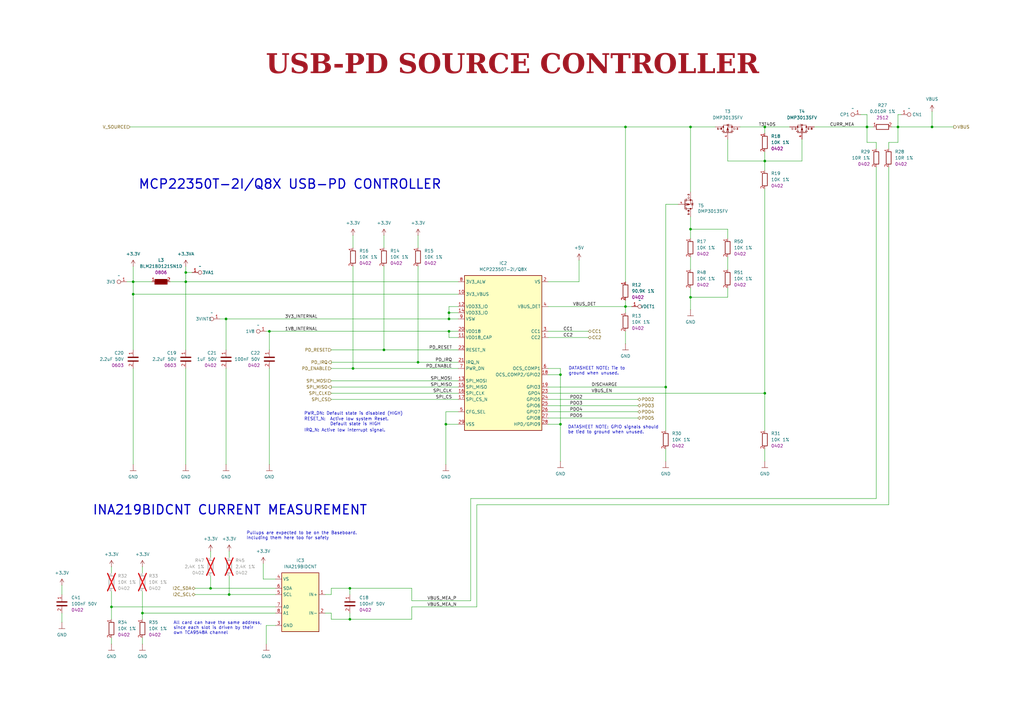
<source format=kicad_sch>
(kicad_sch (version 20250114) (generator "eeschema") (generator_version "9.0")
  (paper "A3")
  (title_block (title "Sheet Title B") (date "2025-01-12") (rev "1.0.0") (company "DvidMakesThings"))
  (lib_symbols
    (symbol "DS_Capacitor_0402:100nF 50V 0402"
      (property "Reference" "C" (at 3.81 2.032 0))
      (property "Value" "100nF 50V" (at 3.81 0 0))
      (property "FOOTPRINT_SHORT" "0402" (at 3.81 -2.032 0))
      (symbol "100nF 50V 0402_1_1"
        (pin passive line (at 0 3.81 270) (length 2.794) (name "~") (number "1"))
        (pin passive line (at 0 -3.81 90) (length 2.794) (name "~") (number "2"))
      )
    )
    (symbol "DS_Capacitor_0402:1uF 50V 0402"
      (property "Reference" "C" (at 3.81 2.032 0))
      (property "Value" "1uF 50V" (at 3.81 0 0))
      (property "FOOTPRINT_SHORT" "0402" (at 3.81 -2.032 0))
      (symbol "1uF 50V 0402_1_1"
        (pin passive line (at 0 3.81 270) (length 2.794) (name "~") (number "1"))
        (pin passive line (at 0 -3.81 90) (length 2.794) (name "~") (number "2"))
      )
    )
    (symbol "DS_Capacitor_0603:2.2uF 50V 0603"
      (property "Reference" "C" (at 3.81 2.032 0))
      (property "Value" "2.2uF 50V" (at 3.81 0 0))
      (property "FOOTPRINT_SHORT" "0603" (at 3.81 -2.032 0))
      (symbol "2.2uF 50V 0603_1_1"
        (pin passive line (at 0 3.81 270) (length 2.794) (name "~") (number "1"))
        (pin passive line (at 0 -3.81 90) (length 2.794) (name "~") (number "2"))
      )
    )
    (symbol "DS_FET:DMP3013SFV"
      (property "Reference" "T" (at 6.858 3.048 0))
      (property "Value" "DMP3013SFV" (at 6.858 0.762 0))
      (symbol "DMP3013SFV_1_1"
        (text "5-8" (at -0.762 3.302 900) (effects (font (size 0.635 0.635))))
        (text "1-3" (at -0.762 -3.302 900) (effects (font (size 0.635 0.635))))
        (pin input line (at -5.08 0 0) (length 2.54) (name "G") (number "4"))
        (pin passive line (at 0 5.08 270) (length 2.54) (name "D") (number "5"))
        (pin passive line (at 0 5.08 270) (length 2.54) (hide yes) (name "D") (number "6"))
        (pin passive line (at 0 5.08 270) (length 2.54) (hide yes) (name "D") (number "7"))
        (pin passive line (at 0 5.08 270) (length 2.54) (hide yes) (name "D") (number "8"))
        (pin passive line (at 0 -5.08 90) (length 2.54) (name "S") (number "1"))
        (pin passive line (at 0 -5.08 90) (length 2.54) (hide yes) (name "S") (number "2"))
        (pin passive line (at 0 -5.08 90) (length 2.54) (hide yes) (name "S") (number "3"))
      )
    )
    (symbol "DS_Inductor:BLM21BD121SH1"
      (property "Reference" "L" (at 2.286 0.762 0))
      (property "Value" "BLM21BD121SN1D" (at 2.286 -1.524 0))
      (property "Package" "0806" (at 2.54 -3.556 0))
      (symbol "BLM21BD121SH1_1_1"
        (pin passive line (at 0 3.81 270) (length 1.27) (name "~") (number "1"))
        (pin passive line (at 0 -3.81 90) (length 1.27) (name "~") (number "2"))
      )
    )
    (symbol "DS_Peripherals:INA219BIDCNT"
      (property "Reference" "IC" (at -1.016 14.732 0))
      (property "Value" "INA219BIDCNT" (at -6.35 -13.208 0))
      (symbol "INA219BIDCNT_1_1"
        (pin power_in line (at -10.16 10.16 0) (length 2.54) (name "VS") (number "4"))
        (pin bidirectional line (at -10.16 6.35 0) (length 2.54) (name "SDA") (number "6"))
        (pin input line (at -10.16 3.81 0) (length 2.54) (name "SCL") (number "5"))
        (pin input line (at -10.16 -1.27 0) (length 2.54) (name "A0") (number "7"))
        (pin input line (at -10.16 -3.81 0) (length 2.54) (name "A1") (number "8"))
        (pin power_in line (at -10.16 -8.89 0) (length 2.54) (name "GND") (number "3"))
        (pin input line (at 10.16 3.81 180) (length 2.54) (name "IN+") (number "1"))
        (pin input line (at 10.16 -3.81 180) (length 2.54) (name "IN-") (number "2"))
      )
    )
    (symbol "DS_Peripherals:MCP22350T-2I"
      (property "Reference" "IC" (at -13.208 34.544 0))
      (property "Value" "MCP22350T-2I/Q8X" (at -2.54 -32.512 0))
      (symbol "MCP22350T-2I_0_0"
        (pin power_in line (at -20.32 30.48 0) (length 2.54) (name "3V3_ALW") (number "8"))
        (pin power_in line (at -20.32 25.4 0) (length 2.54) (name "3V3_VBUS") (number "10"))
        (pin power_in line (at -20.32 20.32 0) (length 2.54) (name "VDD33_IO") (number "12"))
        (pin power_in line (at -20.32 17.78 0) (length 2.54) (name "VDD33_IO") (number "14"))
        (pin unspecified line (at -20.32 15.24 0) (length 2.54) (name "VSW") (number "9"))
        (pin power_in line (at -20.32 10.16 0) (length 2.54) (name "VDD18") (number "20"))
        (pin power_in line (at -20.32 7.62 0) (length 2.54) (name "VDD18_CAP") (number "11"))
        (pin unspecified line (at -20.32 2.54 0) (length 2.54) (name "RESET_N") (number "22"))
        (pin unspecified line (at -20.32 -2.54 0) (length 2.54) (name "IRQ_N") (number "21"))
        (pin unspecified line (at -20.32 -10.16 0) (length 2.54) (name "SPI_MOSI") (number "13"))
        (pin unspecified line (at -20.32 -12.7 0) (length 2.54) (name "SPI_MISO") (number "15"))
        (pin unspecified line (at -20.32 -15.24 0) (length 2.54) (name "SPI_CLK") (number "16"))
        (pin unspecified line (at -20.32 -17.78 0) (length 2.54) (name "SPI_CS_N") (number "17"))
        (pin unspecified line (at -20.32 -22.86 0) (length 2.54) (name "CFG_SEL") (number "5"))
        (pin unspecified line (at 16.51 30.48 180) (length 2.54) (name "VS") (number "2"))
        (pin unspecified line (at 16.51 20.32 180) (length 2.54) (name "VBUS_DET") (number "4"))
        (pin unspecified line (at 16.51 10.16 180) (length 2.54) (name "CC1") (number "3"))
        (pin unspecified line (at 16.51 7.62 180) (length 2.54) (name "CC2") (number "1"))
        (pin unspecified line (at 16.51 -5.08 180) (length 2.54) (name "OCS_COMP1") (number "6"))
        (pin unspecified line (at 16.51 -7.62 180) (length 2.54) (name "OCS_COMP2/GPIO2") (number "18"))
        (pin unspecified line (at 16.51 -12.7 180) (length 2.54) (name "GPIO3") (number "19"))
        (pin unspecified line (at 16.51 -15.24 180) (length 2.54) (name "GPO4") (number "23"))
        (pin unspecified line (at 16.51 -17.78 180) (length 2.54) (name "GPIO5") (number "24"))
        (pin unspecified line (at 16.51 -20.32 180) (length 2.54) (name "GPIO6") (number "25"))
        (pin unspecified line (at 16.51 -22.86 180) (length 2.54) (name "GPIO7") (number "26"))
        (pin unspecified line (at 16.51 -25.4 180) (length 2.54) (name "GPIO8") (number "27"))
        (pin unspecified line (at 16.51 -27.94 180) (length 2.54) (name "HPD/GPIO9") (number "28"))
      )
      (symbol "MCP22350T-2I_1_0"
        (pin unspecified line (at -20.32 -5.08 0) (length 2.54) (name "PWR_DN") (number "7"))
        (pin unspecified line (at -20.32 -27.94 0) (length 2.54) (name "VSS") (number "29"))
      )
    )
    (symbol "DS_Resistor_0402:10K 1% 0402"
      (property "Reference" "R" (at 2.032 2.032 0))
      (property "Value" "10K 1%" (at 2.032 0 0))
      (property "FOOTPRINT_SHORT" "0402" (at 2.032 -2.032 0))
      (symbol "10K 1% 0402_1_1"
        (pin passive line (at 0 3.81 270) (length 1.27) (name "~") (number "1"))
        (pin passive line (at 0 -3.81 90) (length 1.27) (name "~") (number "2"))
      )
    )
    (symbol "DS_Resistor_0402:10R 1% 0402"
      (property "Reference" "R" (at 2.032 2.032 0))
      (property "Value" "10R 1%" (at 2.032 0 0))
      (property "FOOTPRINT_SHORT" "0402" (at 2.032 -2.032 0))
      (symbol "10R 1% 0402_1_1"
        (pin passive line (at 0 3.81 270) (length 1.27) (name "~") (number "1"))
        (pin passive line (at 0 -3.81 90) (length 1.27) (name "~") (number "2"))
      )
    )
    (symbol "DS_Resistor_0402:2.4K 1% 0402"
      (property "Reference" "R" (at 2.032 2.032 0))
      (property "Value" "2.4K 1%" (at 2.032 0 0))
      (property "FOOTPRINT_SHORT" "0402" (at 2.032 -2.032 0))
      (symbol "2.4K 1% 0402_1_1"
        (pin passive line (at 0 3.81 270) (length 1.27) (name "~") (number "1"))
        (pin passive line (at 0 -3.81 90) (length 1.27) (name "~") (number "2"))
      )
    )
    (symbol "DS_Resistor_0402:90.9K 1% 0402"
      (property "Reference" "R" (at 2.032 2.032 0))
      (property "Value" "90.9K 1%" (at 2.032 0 0))
      (property "FOOTPRINT_SHORT" "0402" (at 2.032 -2.032 0))
      (symbol "90.9K 1% 0402_1_1"
        (pin passive line (at 0 3.81 270) (length 1.27) (name "~") (number "1"))
        (pin passive line (at 0 -3.81 90) (length 1.27) (name "~") (number "2"))
      )
    )
    (symbol "DS_Resistor_2512:0.010R 1% 2512"
      (property "Reference" "R" (at 2.032 2.032 0))
      (property "Value" "0.010R 1%" (at 2.032 0 0))
      (property "FOOTPRINT_SHORT" "2512" (at 2.032 -2.032 0))
      (symbol "0.010R 1% 2512_1_1"
        (pin passive line (at 0 3.81 270) (length 1.27) (name "~") (number "1"))
        (pin passive line (at 0 -3.81 90) (length 1.27) (name "~") (number "2"))
      )
    )
    (symbol "DS_Supply:GND" (power) (pin_numbers (hide yes)) (pin_names (offset 0) (hide yes))
      (property "Value" "GND" (at 0 -3.81 0))
      (symbol "GND_1_1"
        (pin power_in line (at 0 0 270) (length 0) (name "~") (number "1"))
      )
    )
    (symbol "DS_Test:Test_Point"
      (property "Reference" "TP" (at 0 4.064 0))
      (symbol "Test_Point_1_1"
        (pin passive line (at 0 -1.27 90) (length 2.54) (name "") (number "1"))
      )
    )
    (symbol "power:+3.3V" (power) (pin_numbers (hide yes)) (pin_names (offset 0) (hide yes))
      (property "Value" "+3.3V" (at 0 3.556 0))
      (symbol "+3.3V_1_1"
        (pin power_in line (at 0 0 90) (length 0) (name "~") (number "1"))
      )
    )
    (symbol "power:+3.3VA" (power) (pin_numbers (hide yes)) (pin_names (offset 0) (hide yes))
      (property "Value" "+3.3VA" (at 0 3.556 0))
      (symbol "+3.3VA_1_1"
        (pin power_in line (at 0 0 90) (length 0) (name "~") (number "1"))
      )
    )
    (symbol "power:+5V" (power) (pin_numbers (hide yes)) (pin_names (offset 0) (hide yes))
      (property "Value" "+5V" (at 0 3.556 0))
      (symbol "+5V_1_1"
        (pin power_in line (at 0 0 90) (length 0) (name "~") (number "1"))
      )
    )
    (symbol "power:VBUS" (power) (pin_numbers (hide yes)) (pin_names (offset 0) (hide yes))
      (property "Value" "VBUS" (at 0 3.556 0))
      (symbol "VBUS_1_1"
        (pin power_in line (at 0 0 90) (length 0) (name "~") (number "1"))
      )
    )
  )
  (text "DATASHEET NOTE: Tie to \nground when unused." (at 233.172 152.146 0) (effects (font (size 1.27 1.27)) (justify left)))
  (text "MCP22350T-2I/Q8X USB-PD CONTROLLER" (at 56.642 75.692 0) (effects (font (size 3.81 3.81) (thickness 0.508) (bold yes)) (justify left)))
  (text "PWR_DN: Default state is disabled (HIGH)" (at 124.714 169.672 0) (effects (font (size 1.27 1.27)) (justify left)))
  (text "Pullups are expected to be on the Baseboard. \nIncluding them here too for safety" (at 101.092 219.71 0) (effects (font (size 1.27 1.27)) (justify left)))
  (text "RESET_N:  Active low system Reset. \n           Default state is HIGH" (at 124.714 172.974 0) (effects (font (size 1.27 1.27)) (justify left)))
  (text "DATASHEET NOTE: GPIO signals should \nbe tied to ground when unused." (at 232.918 176.276 0) (effects (font (size 1.27 1.27)) (justify left)))
  (text "All card can have the same address,\nsince each slot is driven by their\nown TCA9548A channel" (at 71.12 257.556 0) (effects (font (size 1.27 1.27)) (justify left)))
  (text "IRQ_N: Active low interrupt signal." (at 124.714 176.53 0) (effects (font (size 1.27 1.27)) (justify left)))
  (text "INA219BIDCNT CURRENT MEASUREMENT" (at 37.846 209.296 0) (effects (font (size 3.81 3.81) (thickness 0.508) (bold yes)) (justify left)))
  (text_box "USB-PD SOURCE CONTROLLER" (at 13.97 20.32 0) (size 392.43 12.7) (margins 5.9999 5.9999 5.9999 5.9999) (stroke (width -0.0001)) (effects (font (size 8 8) (thickness 1.2) (bold yes))))
  (junction (at 54.61 120.65))
  (junction (at 256.54 125.73))
  (junction (at 283.21 52.07))
  (junction (at 283.21 93.98))
  (junction (at 283.21 121.92))
  (junction (at 184.15 135.89))
  (junction (at 93.98 243.84))
  (junction (at 86.36 241.3))
  (junction (at 313.69 52.07))
  (junction (at 273.05 158.75))
  (junction (at 382.27 52.07))
  (junction (at 229.87 153.67))
  (junction (at 58.42 251.46))
  (junction (at 54.61 115.57))
  (junction (at 110.49 135.89))
  (junction (at 144.78 151.13))
  (junction (at 45.72 248.92))
  (junction (at 313.69 66.04))
  (junction (at 143.51 241.3))
  (junction (at 92.71 130.81))
  (junction (at 355.6 52.07))
  (junction (at 76.2 115.57))
  (junction (at 256.54 52.07))
  (junction (at 368.3 52.07))
  (junction (at 157.48 143.51))
  (junction (at 184.15 130.81))
  (junction (at 171.45 148.59))
  (junction (at 143.51 254))
  (junction (at 76.2 111.76))
  (junction (at 182.88 173.99))
  (junction (at 184.15 128.27))
  (junction (at 313.69 161.29))
  (junction (at 229.87 173.99))
  (wire (pts (xy 53.34 52.07) (xy 256.54 52.07)))
  (wire (pts (xy 256.54 123.19) (xy 256.54 125.73)))
  (wire (pts (xy 143.51 251.46) (xy 143.51 254)))
  (wire (pts (xy 86.36 241.3) (xy 113.03 241.3)))
  (wire (pts (xy 90.17 130.81) (xy 92.71 130.81)))
  (wire (pts (xy 256.54 125.73) (xy 259.08 125.73)))
  (wire (pts (xy 69.85 115.57) (xy 76.2 115.57)))
  (wire (pts (xy 171.45 148.59) (xy 187.96 148.59)))
  (wire (pts (xy 364.49 68.58) (xy 364.49 207.01)))
  (wire (pts (xy 135.89 254) (xy 143.51 254)))
  (wire (pts (xy 25.4 240.03) (xy 25.4 243.84)))
  (wire (pts (xy 109.22 135.89) (xy 110.49 135.89)))
  (wire (pts (xy 45.72 242.57) (xy 45.72 248.92)))
  (wire (pts (xy 135.89 241.3) (xy 143.51 241.3)))
  (wire (pts (xy 195.58 207.01) (xy 195.58 248.92)))
  (wire (pts (xy 135.89 156.21) (xy 187.96 156.21)))
  (wire (pts (xy 224.79 168.91) (xy 261.62 168.91)))
  (wire (pts (xy 135.89 151.13) (xy 144.78 151.13)))
  (wire (pts (xy 157.48 109.22) (xy 157.48 143.51)))
  (wire (pts (xy 283.21 118.11) (xy 283.21 121.92)))
  (wire (pts (xy 92.71 130.81) (xy 184.15 130.81)))
  (wire (pts (xy 365.76 52.07) (xy 368.3 52.07)))
  (wire (pts (xy 368.3 46.99) (xy 368.3 52.07)))
  (wire (pts (xy 256.54 52.07) (xy 283.21 52.07)))
  (wire (pts (xy 334.01 52.07) (xy 355.6 52.07)))
  (wire (pts (xy 184.15 128.27) (xy 187.96 128.27)))
  (wire (pts (xy 298.45 118.11) (xy 298.45 121.92)))
  (wire (pts (xy 229.87 173.99) (xy 229.87 189.23)))
  (wire (pts (xy 182.88 168.91) (xy 182.88 173.99)))
  (wire (pts (xy 93.98 226.06) (xy 93.98 228.6)))
  (wire (pts (xy 143.51 241.3) (xy 143.51 243.84)))
  (wire (pts (xy 283.21 110.49) (xy 283.21 105.41)))
  (wire (pts (xy 58.42 242.57) (xy 58.42 251.46)))
  (wire (pts (xy 224.79 171.45) (xy 261.62 171.45)))
  (wire (pts (xy 113.03 237.49) (xy 107.95 237.49)))
  (wire (pts (xy 283.21 93.98) (xy 298.45 93.98)))
  (wire (pts (xy 80.01 241.3) (xy 86.36 241.3)))
  (wire (pts (xy 92.71 190.5) (xy 92.71 151.13)))
  (wire (pts (xy 113.03 256.54) (xy 109.22 256.54)))
  (wire (pts (xy 355.6 46.99) (xy 355.6 52.07)))
  (wire (pts (xy 298.45 66.04) (xy 313.69 66.04)))
  (wire (pts (xy 364.49 60.96) (xy 364.49 58.42)))
  (wire (pts (xy 229.87 153.67) (xy 229.87 173.99)))
  (wire (pts (xy 168.91 248.92) (xy 195.58 248.92)))
  (wire (pts (xy 237.49 106.68) (xy 237.49 115.57)))
  (wire (pts (xy 187.96 125.73) (xy 184.15 125.73)))
  (wire (pts (xy 224.79 151.13) (xy 229.87 151.13)))
  (wire (pts (xy 143.51 254) (xy 168.91 254)))
  (wire (pts (xy 283.21 52.07) (xy 293.37 52.07)))
  (wire (pts (xy 168.91 246.38) (xy 193.04 246.38)))
  (wire (pts (xy 256.54 140.97) (xy 256.54 135.89)))
  (wire (pts (xy 144.78 109.22) (xy 144.78 151.13)))
  (wire (pts (xy 76.2 190.5) (xy 76.2 151.13)))
  (wire (pts (xy 382.27 52.07) (xy 391.16 52.07)))
  (wire (pts (xy 76.2 111.76) (xy 76.2 115.57)))
  (wire (pts (xy 368.3 58.42) (xy 368.3 52.07)))
  (wire (pts (xy 45.72 232.41) (xy 45.72 234.95)))
  (wire (pts (xy 224.79 161.29) (xy 313.69 161.29)))
  (wire (pts (xy 184.15 125.73) (xy 184.15 128.27)))
  (wire (pts (xy 224.79 115.57) (xy 237.49 115.57)))
  (wire (pts (xy 273.05 189.23) (xy 273.05 184.15)))
  (wire (pts (xy 359.41 58.42) (xy 355.6 58.42)))
  (wire (pts (xy 54.61 120.65) (xy 54.61 115.57)))
  (wire (pts (xy 355.6 58.42) (xy 355.6 52.07)))
  (wire (pts (xy 313.69 62.23) (xy 313.69 66.04)))
  (wire (pts (xy 256.54 125.73) (xy 256.54 128.27)))
  (wire (pts (xy 54.61 115.57) (xy 62.23 115.57)))
  (wire (pts (xy 133.35 251.46) (xy 135.89 251.46)))
  (wire (pts (xy 313.69 161.29) (xy 313.69 77.47)))
  (wire (pts (xy 52.07 115.57) (xy 54.61 115.57)))
  (wire (pts (xy 107.95 231.14) (xy 107.95 237.49)))
  (wire (pts (xy 54.61 190.5) (xy 54.61 151.13)))
  (wire (pts (xy 313.69 189.23) (xy 313.69 184.15)))
  (wire (pts (xy 313.69 66.04) (xy 313.69 69.85)))
  (wire (pts (xy 187.96 130.81) (xy 184.15 130.81)))
  (wire (pts (xy 368.3 52.07) (xy 382.27 52.07)))
  (wire (pts (xy 313.69 161.29) (xy 313.69 176.53)))
  (wire (pts (xy 298.45 93.98) (xy 298.45 97.79)))
  (wire (pts (xy 283.21 121.92) (xy 298.45 121.92)))
  (wire (pts (xy 135.89 163.83) (xy 187.96 163.83)))
  (wire (pts (xy 157.48 96.52) (xy 157.48 101.6)))
  (wire (pts (xy 224.79 138.43) (xy 241.3 138.43)))
  (wire (pts (xy 93.98 236.22) (xy 93.98 243.84)))
  (wire (pts (xy 298.45 57.15) (xy 298.45 66.04)))
  (wire (pts (xy 364.49 207.01) (xy 195.58 207.01)))
  (wire (pts (xy 359.41 60.96) (xy 359.41 58.42)))
  (wire (pts (xy 283.21 121.92) (xy 283.21 127)))
  (wire (pts (xy 54.61 115.57) (xy 54.61 109.22)))
  (wire (pts (xy 313.69 52.07) (xy 313.69 54.61)))
  (wire (pts (xy 54.61 120.65) (xy 54.61 143.51)))
  (wire (pts (xy 328.93 66.04) (xy 313.69 66.04)))
  (wire (pts (xy 135.89 148.59) (xy 171.45 148.59)))
  (wire (pts (xy 224.79 158.75) (xy 273.05 158.75)))
  (wire (pts (xy 313.69 52.07) (xy 323.85 52.07)))
  (wire (pts (xy 143.51 241.3) (xy 168.91 241.3)))
  (wire (pts (xy 58.42 232.41) (xy 58.42 234.95)))
  (wire (pts (xy 76.2 111.76) (xy 78.74 111.76)))
  (wire (pts (xy 58.42 261.62) (xy 58.42 264.16)))
  (wire (pts (xy 229.87 151.13) (xy 229.87 153.67)))
  (wire (pts (xy 168.91 254) (xy 168.91 248.92)))
  (wire (pts (xy 135.89 161.29) (xy 187.96 161.29)))
  (wire (pts (xy 283.21 78.74) (xy 283.21 52.07)))
  (wire (pts (xy 80.01 243.84) (xy 93.98 243.84)))
  (wire (pts (xy 110.49 135.89) (xy 110.49 143.51)))
  (wire (pts (xy 144.78 151.13) (xy 187.96 151.13)))
  (wire (pts (xy 58.42 251.46) (xy 113.03 251.46)))
  (wire (pts (xy 303.53 52.07) (xy 313.69 52.07)))
  (wire (pts (xy 224.79 166.37) (xy 261.62 166.37)))
  (wire (pts (xy 369.57 46.99) (xy 368.3 46.99)))
  (wire (pts (xy 92.71 130.81) (xy 92.71 143.51)))
  (wire (pts (xy 93.98 243.84) (xy 113.03 243.84)))
  (wire (pts (xy 187.96 135.89) (xy 184.15 135.89)))
  (wire (pts (xy 171.45 109.22) (xy 171.45 148.59)))
  (wire (pts (xy 224.79 173.99) (xy 229.87 173.99)))
  (wire (pts (xy 76.2 115.57) (xy 187.96 115.57)))
  (wire (pts (xy 58.42 251.46) (xy 58.42 254)))
  (wire (pts (xy 224.79 135.89) (xy 241.3 135.89)))
  (wire (pts (xy 359.41 204.47) (xy 193.04 204.47)))
  (wire (pts (xy 171.45 96.52) (xy 171.45 101.6)))
  (wire (pts (xy 224.79 153.67) (xy 229.87 153.67)))
  (wire (pts (xy 256.54 52.07) (xy 256.54 115.57)))
  (wire (pts (xy 187.96 120.65) (xy 54.61 120.65)))
  (wire (pts (xy 283.21 93.98) (xy 283.21 88.9)))
  (wire (pts (xy 182.88 173.99) (xy 182.88 190.5)))
  (wire (pts (xy 353.06 46.99) (xy 355.6 46.99)))
  (wire (pts (xy 168.91 241.3) (xy 168.91 246.38)))
  (wire (pts (xy 283.21 97.79) (xy 283.21 93.98)))
  (wire (pts (xy 76.2 115.57) (xy 76.2 143.51)))
  (wire (pts (xy 328.93 57.15) (xy 328.93 66.04)))
  (wire (pts (xy 355.6 52.07) (xy 358.14 52.07)))
  (wire (pts (xy 25.4 255.27) (xy 25.4 251.46)))
  (wire (pts (xy 133.35 243.84) (xy 135.89 243.84)))
  (wire (pts (xy 144.78 96.52) (xy 144.78 101.6)))
  (wire (pts (xy 110.49 190.5) (xy 110.49 151.13)))
  (wire (pts (xy 135.89 251.46) (xy 135.89 254)))
  (wire (pts (xy 224.79 163.83) (xy 261.62 163.83)))
  (wire (pts (xy 273.05 83.82) (xy 278.13 83.82)))
  (wire (pts (xy 193.04 204.47) (xy 193.04 246.38)))
  (wire (pts (xy 86.36 226.06) (xy 86.36 228.6)))
  (wire (pts (xy 382.27 45.72) (xy 382.27 52.07)))
  (wire (pts (xy 109.22 256.54) (xy 109.22 264.16)))
  (wire (pts (xy 273.05 158.75) (xy 273.05 176.53)))
  (wire (pts (xy 45.72 261.62) (xy 45.72 264.16)))
  (wire (pts (xy 135.89 158.75) (xy 187.96 158.75)))
  (wire (pts (xy 359.41 68.58) (xy 359.41 204.47)))
  (wire (pts (xy 86.36 236.22) (xy 86.36 241.3)))
  (wire (pts (xy 135.89 243.84) (xy 135.89 241.3)))
  (wire (pts (xy 224.79 125.73) (xy 256.54 125.73)))
  (wire (pts (xy 184.15 128.27) (xy 184.15 130.81)))
  (wire (pts (xy 45.72 248.92) (xy 113.03 248.92)))
  (wire (pts (xy 273.05 158.75) (xy 273.05 83.82)))
  (wire (pts (xy 187.96 168.91) (xy 182.88 168.91)))
  (wire (pts (xy 364.49 58.42) (xy 368.3 58.42)))
  (wire (pts (xy 187.96 173.99) (xy 182.88 173.99)))
  (wire (pts (xy 298.45 105.41) (xy 298.45 110.49)))
  (wire (pts (xy 45.72 248.92) (xy 45.72 254)))
  (wire (pts (xy 184.15 138.43) (xy 184.15 135.89)))
  (wire (pts (xy 76.2 111.76) (xy 76.2 109.22)))
  (wire (pts (xy 187.96 138.43) (xy 184.15 138.43)))
  (wire (pts (xy 110.49 135.89) (xy 184.15 135.89)))
  (wire (pts (xy 157.48 143.51) (xy 187.96 143.51)))
  (wire (pts (xy 135.89 143.51) (xy 157.48 143.51)))
  (label "PD_IRQ" (at 185.42 148.59 180))
  (label "SPI_CS" (at 185.42 163.83 180))
  (label "VBUS_EN" (at 242.57 161.29 0))
  (label "PDO3" (at 233.68 166.37 0))
  (label "VBUS_DET" (at 234.95 125.73 0))
  (label "PDO2" (at 233.68 163.83 0))
  (label "1V8_INTERNAL" (at 116.84 135.89 0))
  (label "VBUS_MEA_P" (at 175.26 246.38 0))
  (label "PDO5" (at 233.68 171.45 0))
  (label "T3T4DS" (at 311.15 52.07 0))
  (label "SPI_MISO" (at 185.42 158.75 180))
  (label "PD_RESET" (at 185.42 143.51 180))
  (label "CC1" (at 234.95 135.89 180))
  (label "PD_ENABLE" (at 185.42 151.13 180))
  (label "DISCHARGE" (at 242.57 158.75 0))
  (label "SPI_MOSI" (at 185.42 156.21 180))
  (label "VBUS_MEA_N" (at 175.26 248.92 0))
  (label "3V3_INTERNAL" (at 116.84 130.81 0))
  (label "CURR_MEA" (at 340.36 52.07 0))
  (label "SPI_CLK" (at 185.42 161.29 180))
  (label "PDO4" (at 233.68 168.91 0))
  (label "CC2" (at 234.95 138.43 180))
  (hierarchical_label "I2C_SCL" (shape bidirectional) (at 80.01 243.84 180))
  (hierarchical_label "PD_RESET" (shape input) (at 135.89 143.51 180))
  (hierarchical_label "V_SOURCE" (shape input) (at 53.34 52.07 180))
  (hierarchical_label "PD_ENABLE" (shape input) (at 135.89 151.13 180))
  (hierarchical_label "SPI_MISO" (shape output) (at 135.89 158.75 180))
  (hierarchical_label "PDO4" (shape bidirectional) (at 261.62 168.91 0))
  (hierarchical_label "SPI_MOSI" (shape input) (at 135.89 156.21 180))
  (hierarchical_label "PD_IRQ" (shape output) (at 135.89 148.59 180))
  (hierarchical_label "CC1" (shape bidirectional) (at 241.3 135.89 0))
  (hierarchical_label "PDO5" (shape bidirectional) (at 261.62 171.45 0))
  (hierarchical_label "PDO2" (shape bidirectional) (at 261.62 163.83 0))
  (hierarchical_label "SPI_CS" (shape input) (at 135.89 163.83 180))
  (hierarchical_label "CC2" (shape bidirectional) (at 241.3 138.43 0))
  (hierarchical_label "I2C_SDA" (shape bidirectional) (at 80.01 241.3 180))
  (hierarchical_label "PDO3" (shape bidirectional) (at 261.62 166.37 0))
  (hierarchical_label "SPI_CLK" (shape input) (at 135.89 161.29 180))
  (hierarchical_label "VBUS" (shape output) (at 391.16 52.07 0))
  (symbol (lib_id "DS_Resistor_0402:10K 1% 0402") (at 157.48 105.41 0) (unit 1)
    (property "Reference" "R14" (at 160.02 102.8699 0) (effects (justify left)))
    (property "Value" "10K 1%" (at 160.02 105.4099 0) (effects (justify left)))
    (property "Footprint" "Resistor_SMD:R_0402_1005Metric" (effects (hide yes)))
    (property "Description" "62.5mW Thick Film Resistors 50V ±100ppm/℃ ±1% 10kΩ 0402 Chip Resistor - Surface Mount ROHS" (effects (hide yes)))
    (property "LCSC_PART" "C25744" (effects (hide yes)))
    (property "ROHS" "YES" (effects (hide yes)))
    (property "FOOTPRINT_SHORT" "0402" (at 160.02 107.9499 0) (effects (justify left)))
    (property "MFR" "ROHM" (effects (hide yes)))
  )
  (symbol (lib_id "DS_Test:Test_Point") (at 107.95 135.89 90) (unit 1)
    (property "Reference" "1V8" (at 102.616 135.89 90))
    (property "Value" "~" (at 105.918 133.35 90))
    (property "Footprint" "DS_Test:TestPoint_0.6mm" (effects (hide yes)))
  )
  (symbol (lib_id "DS_Test:Test_Point") (at 80.01 111.76 270) (mirror x) (unit 1)
    (property "Reference" "3VA1" (at 85.344 111.76 90))
    (property "Value" "~" (at 82.042 109.22 90))
    (property "Footprint" "DS_Test:TestPoint_0.6mm" (effects (hide yes)))
  )
  (symbol (lib_id "power:+5V") (at 237.49 106.68 0) (unit 1)
    (property "Reference" "#PWR31" (effects (hide yes)))
    (property "Value" "+5V" (at 237.49 101.6 0))
    (property "Description" "Power symbol creates a global label with name \"+5V\"" (effects (hide yes)))
  )
  (symbol (lib_id "DS_Supply:GND") (at 92.71 190.5 0) (unit 1)
    (property "Reference" "#PWR29" (effects (hide yes)))
    (property "Value" "GND" (at 92.71 195.58 0))
    (property "Description" "Power symbol creates a global label with name \"GND\" , ground" (effects (hide yes)))
  )
  (symbol (lib_id "power:+3.3V") (at 45.72 232.41 0) (unit 1)
    (property "Reference" "#PWR45" (effects (hide yes)))
    (property "Value" "+3.3V" (at 45.72 227.33 0))
    (property "Description" "Power symbol creates a global label with name \"+3.3V\"" (effects (hide yes)))
  )
  (symbol (lib_id "DS_Supply:GND") (at 256.54 140.97 0) (unit 1)
    (property "Reference" "#PWR32" (effects (hide yes)))
    (property "Value" "GND" (at 256.54 146.05 0))
    (property "Description" "Power symbol creates a global label with name \"GND\" , ground" (effects (hide yes)))
  )
  (symbol (lib_id "DS_Test:Test_Point") (at 351.79 46.99 90) (unit 1)
    (property "Reference" "CP1" (at 346.456 46.99 90))
    (property "Value" "~" (at 349.758 44.45 90))
    (property "Footprint" "DS_Test:TestPoint_0.6mm" (effects (hide yes)))
  )
  (symbol (lib_id "DS_Capacitor_0402:100nF 50V 0402") (at 110.49 147.32 0) (mirror y) (unit 1)
    (property "Reference" "C22" (at 106.68 144.7799 0) (effects (justify left)))
    (property "Value" "100nF 50V" (at 106.68 147.3199 0) (effects (justify left)))
    (property "Footprint" "Capacitor_SMD:C_0402_1005Metric" (effects (hide yes)))
    (property "Description" "50V 100nF X7R ±10% 0402 Multilayer Ceramic Capacitors MLCC - SMD/SMT ROHS" (effects (hide yes)))
    (property "FOOTPRINT_SHORT" "0402" (at 106.68 149.8599 0) (effects (justify left)))
    (property "ROHS" "YES" (effects (hide yes)))
    (property "LCSC_PART" "C307331" (effects (hide yes)))
  )
  (symbol (lib_id "DS_Supply:GND") (at 109.22 264.16 0) (unit 1)
    (property "Reference" "#PWR43" (effects (hide yes)))
    (property "Value" "GND" (at 109.22 269.24 0))
    (property "Description" "Power symbol creates a global label with name \"GND\" , ground" (effects (hide yes)))
  )
  (symbol (lib_id "DS_Resistor_0402:2.4K 1% 0402") (at 86.36 232.41 0) (mirror y) (unit 1) (in_bom no) (dnp yes)
    (property "Reference" "R47" (at 83.82 229.8699 0) (effects (justify left)))
    (property "Value" "2.4K 1%" (at 83.82 232.4099 0) (effects (justify left)))
    (property "Footprint" "Resistor_SMD:R_0402_1005Metric" (effects (hide yes)))
    (property "Description" "62.5mW Thick Film Resistors 50V ±100ppm/℃ ±1% 2.4kΩ 0402 Chip Resistor - Surface Mount ROHS" (effects (hide yes)))
    (property "LCSC_PART" "C25882" (effects (hide yes)))
    (property "ROHS" "YES" (effects (hide yes)))
    (property "FOOTPRINT_SHORT" "0402" (at 83.82 234.9499 0) (effects (justify left)))
    (property "MFR" "LIZ" (effects (hide yes)))
  )
  (symbol (lib_id "DS_Peripherals:MCP22350T-2I") (at 208.28 146.05 0) (unit 1)
    (property "Reference" "IC2" (at 206.375 107.95 0))
    (property "Value" "MCP22350T-2I/Q8X" (at 206.375 110.49 0))
    (property "Footprint" "DS_Peripherals:QFN-28-1EP_4x4mm_P0.4mm_EP2.6x2.6mm_ThermalVias" (effects (hide yes)))
    (property "Datasheet" "https://ww1.microchip.com/downloads/aemDocuments/documents/APID/ProductDocuments/DataSheets/MCP22350-Integrated-Small-Form-Factor-USB-Type-C-Data-Sheet-DS20006885.pdf" (effects (hide yes)))
    (property "Description" "USB Controller USB 3.1 SPI Interface 28-QFN (4x4)" (effects (hide yes)))
    (property "MPN" "MCP22350T-2I/Q8X" (effects (hide yes)))
    (property "MFR" "Microchip Technology" (effects (hide yes)))
    (property "LCSC_PART" "C38202699" (effects (hide yes)))
    (property "DIST1" "https://www.digikey.de/en/products/detail/texas-instruments/sn74lvc1g97qdckrq1/716453" (effects (hide yes)))
    (property "ROHS" "YES" (effects (hide yes)))
  )
  (symbol (lib_id "DS_Test:Test_Point") (at 50.8 115.57 90) (unit 1)
    (property "Reference" "3V3" (at 45.466 115.57 90))
    (property "Value" "~" (at 48.768 113.03 90))
    (property "Footprint" "DS_Test:TestPoint_0.6mm" (effects (hide yes)))
  )
  (symbol (lib_id "DS_Resistor_0402:2.4K 1% 0402") (at 93.98 232.41 0) (unit 1) (in_bom no) (dnp yes)
    (property "Reference" "R45" (at 96.52 229.8699 0) (effects (justify left)))
    (property "Value" "2.4K 1%" (at 96.52 232.4099 0) (effects (justify left)))
    (property "Footprint" "Resistor_SMD:R_0402_1005Metric" (effects (hide yes)))
    (property "Description" "62.5mW Thick Film Resistors 50V ±100ppm/℃ ±1% 2.4kΩ 0402 Chip Resistor - Surface Mount ROHS" (effects (hide yes)))
    (property "LCSC_PART" "C25882" (effects (hide yes)))
    (property "ROHS" "YES" (effects (hide yes)))
    (property "FOOTPRINT_SHORT" "0402" (at 96.52 234.9499 0) (effects (justify left)))
    (property "MFR" "LIZ" (effects (hide yes)))
  )
  (symbol (lib_id "DS_Supply:GND") (at 76.2 190.5 0) (unit 1)
    (property "Reference" "#PWR26" (effects (hide yes)))
    (property "Value" "GND" (at 76.2 195.58 0))
    (property "Description" "Power symbol creates a global label with name \"GND\" , ground" (effects (hide yes)))
  )
  (symbol (lib_id "DS_Resistor_0402:10R 1% 0402") (at 359.41 64.77 0) (mirror y) (unit 1)
    (property "Reference" "R29" (at 356.87 62.2299 0) (effects (justify left)))
    (property "Value" "10R 1%" (at 356.87 64.7699 0) (effects (justify left)))
    (property "Footprint" "Resistor_SMD:R_0402_1005Metric" (effects (hide yes)))
    (property "Description" "62.5mW Thick Film Resistors 50V ±1% ±200ppm/℃ 10Ω 0402 Chip Resistor - Surface Mount ROHS" (effects (hide yes)))
    (property "LCSC_PART" "C25077" (effects (hide yes)))
    (property "ROHS" "YES" (effects (hide yes)))
    (property "FOOTPRINT_SHORT" "0402" (at 356.87 67.3099 0) (effects (justify left)))
    (property "MFR" "Uniohm" (effects (hide yes)))
  )
  (symbol (lib_id "DS_Resistor_0402:10K 1% 0402") (at 283.21 114.3 0) (unit 1)
    (property "Reference" "R48" (at 285.75 111.7599 0) (effects (justify left)))
    (property "Value" "10K 1%" (at 285.75 114.2999 0) (effects (justify left)))
    (property "Footprint" "Resistor_SMD:R_0402_1005Metric" (effects (hide yes)))
    (property "Description" "62.5mW Thick Film Resistors 50V ±100ppm/℃ ±1% 10kΩ 0402 Chip Resistor - Surface Mount ROHS" (effects (hide yes)))
    (property "LCSC_PART" "C25744" (effects (hide yes)))
    (property "ROHS" "YES" (effects (hide yes)))
    (property "FOOTPRINT_SHORT" "0402" (at 285.75 116.8399 0) (effects (justify left)))
    (property "MFR" "ROHM" (effects (hide yes)))
  )
  (symbol (lib_id "DS_Test:Test_Point") (at 370.84 46.99 270) (mirror x) (unit 1)
    (property "Reference" "CN1" (at 376.174 46.99 90))
    (property "Value" "~" (at 372.872 44.45 90))
    (property "Footprint" "DS_Test:TestPoint_0.6mm" (effects (hide yes)))
  )
  (symbol (lib_id "power:+3.3V") (at 54.61 109.22 0) (unit 1)
    (property "Reference" "#PWR24" (effects (hide yes)))
    (property "Value" "+3.3V" (at 54.61 104.14 0))
    (property "Description" "Power symbol creates a global label with name \"+3.3V\"" (effects (hide yes)))
  )
  (symbol (lib_id "DS_Supply:GND") (at 313.69 189.23 0) (unit 1)
    (property "Reference" "#PWR42" (effects (hide yes)))
    (property "Value" "GND" (at 313.69 194.31 0))
    (property "Description" "Power symbol creates a global label with name \"GND\" , ground" (effects (hide yes)))
  )
  (symbol (lib_id "DS_Resistor_0402:10R 1% 0402") (at 364.49 64.77 0) (unit 1)
    (property "Reference" "R28" (at 367.03 62.2299 0) (effects (justify left)))
    (property "Value" "10R 1%" (at 367.03 64.7699 0) (effects (justify left)))
    (property "Footprint" "Resistor_SMD:R_0402_1005Metric" (effects (hide yes)))
    (property "Description" "62.5mW Thick Film Resistors 50V ±1% ±200ppm/℃ 10Ω 0402 Chip Resistor - Surface Mount ROHS" (effects (hide yes)))
    (property "LCSC_PART" "C25077" (effects (hide yes)))
    (property "ROHS" "YES" (effects (hide yes)))
    (property "FOOTPRINT_SHORT" "0402" (at 367.03 67.3099 0) (effects (justify left)))
    (property "MFR" "Uniohm" (effects (hide yes)))
  )
  (symbol (lib_id "DS_Resistor_0402:10K 1% 0402") (at 313.69 180.34 0) (unit 1)
    (property "Reference" "R31" (at 316.23 177.7999 0) (effects (justify left)))
    (property "Value" "10K 1%" (at 316.23 180.3399 0) (effects (justify left)))
    (property "Footprint" "Resistor_SMD:R_0402_1005Metric" (effects (hide yes)))
    (property "Description" "62.5mW Thick Film Resistors 50V ±100ppm/℃ ±1% 10kΩ 0402 Chip Resistor - Surface Mount ROHS" (effects (hide yes)))
    (property "LCSC_PART" "C25744" (effects (hide yes)))
    (property "ROHS" "YES" (effects (hide yes)))
    (property "FOOTPRINT_SHORT" "0402" (at 316.23 182.8799 0) (effects (justify left)))
    (property "MFR" "ROHM" (effects (hide yes)))
  )
  (symbol (lib_id "DS_Supply:GND") (at 283.21 127 0) (unit 1)
    (property "Reference" "#PWR37" (effects (hide yes)))
    (property "Value" "GND" (at 283.21 132.08 0))
    (property "Description" "Power symbol creates a global label with name \"GND\" , ground" (effects (hide yes)))
  )
  (symbol (lib_id "DS_Resistor_2512:0.010R 1% 2512") (at 361.95 52.07 90) (unit 1)
    (property "Reference" "R27" (at 361.95 43.18 90))
    (property "Value" "0.010R 1%" (at 361.95 45.72 90))
    (property "Footprint" "Resistor_SMD:R_2512_6332Metric" (effects (hide yes)))
    (property "Description" "-55℃~+155℃ 10mΩ 1W 200V Thick Film Resistor ±1% ±1500ppm/℃ 2512 Chip Resistor - Surface Mount ROHS" (effects (hide yes)))
    (property "LCSC_PART" "C127692" (effects (hide yes)))
    (property "ROHS" "YES" (effects (hide yes)))
    (property "FOOTPRINT_SHORT" "2512" (at 361.95 48.26 90))
    (property "MFR" " UNI-ROYAL" (effects (hide yes)))
  )
  (symbol (lib_id "power:+3.3V") (at 144.78 96.52 0) (unit 1)
    (property "Reference" "#PWR36" (effects (hide yes)))
    (property "Value" "+3.3V" (at 144.78 91.44 0))
    (property "Description" "Power symbol creates a global label with name \"+3.3V\"" (effects (hide yes)))
  )
  (symbol (lib_id "DS_Supply:GND") (at 25.4 255.27 0) (unit 1)
    (property "Reference" "#PWR090" (effects (hide yes)))
    (property "Value" "GND" (at 25.4 260.35 0))
    (property "Description" "Power symbol creates a global label with name \"GND\" , ground" (effects (hide yes)))
  )
  (symbol (lib_id "DS_Resistor_0402:10K 1% 0402") (at 283.21 101.6 0) (unit 1)
    (property "Reference" "R17" (at 285.75 99.0599 0) (effects (justify left)))
    (property "Value" "10K 1%" (at 285.75 101.5999 0) (effects (justify left)))
    (property "Footprint" "Resistor_SMD:R_0402_1005Metric" (effects (hide yes)))
    (property "Description" "62.5mW Thick Film Resistors 50V ±100ppm/℃ ±1% 10kΩ 0402 Chip Resistor - Surface Mount ROHS" (effects (hide yes)))
    (property "LCSC_PART" "C25744" (effects (hide yes)))
    (property "ROHS" "YES" (effects (hide yes)))
    (property "FOOTPRINT_SHORT" "0402" (at 285.75 104.1399 0) (effects (justify left)))
    (property "MFR" "ROHM" (effects (hide yes)))
  )
  (symbol (lib_id "power:+3.3V") (at 58.42 232.41 0) (unit 1)
    (property "Reference" "#PWR44" (effects (hide yes)))
    (property "Value" "+3.3V" (at 58.42 227.33 0))
    (property "Description" "Power symbol creates a global label with name \"+3.3V\"" (effects (hide yes)))
  )
  (symbol (lib_id "DS_Supply:GND") (at 229.87 189.23 0) (unit 1)
    (property "Reference" "#PWR38" (effects (hide yes)))
    (property "Value" "GND" (at 229.87 194.31 0))
    (property "Description" "Power symbol creates a global label with name \"GND\" , ground" (effects (hide yes)))
  )
  (symbol (lib_id "DS_Resistor_0402:90.9K 1% 0402") (at 256.54 119.38 0) (unit 1)
    (property "Reference" "R12" (at 259.08 116.8399 0) (effects (justify left)))
    (property "Value" "90.9K 1%" (at 259.08 119.3799 0) (effects (justify left)))
    (property "Footprint" "Resistor_SMD:R_0402_1005Metric" (effects (hide yes)))
    (property "Datasheet" "https://jlcpcb.com/api/file/downloadByFileSystemAccessId/8588907086897537024" (effects (hide yes)))
    (property "Description" "90.9kΩ Thick Film Resistor ±1% ±100ppm/°C 0402 Chip Resistor - Surface Mount ROHS" (effects (hide yes)))
    (property "LCSC_PART" "C163452" (effects (hide yes)))
    (property "ROHS" "YES" (effects (hide yes)))
    (property "FOOTPRINT_SHORT" "0402" (at 259.08 121.9199 0) (effects (justify left)))
    (property "MFR" "YAGEO" (effects (hide yes)))
    (property "MPN" "RC0402FR-0790K9L" (effects (hide yes)))
  )
  (symbol (lib_id "DS_Resistor_0402:10K 1% 0402") (at 171.45 105.41 0) (unit 1)
    (property "Reference" "R15" (at 173.99 102.8699 0) (effects (justify left)))
    (property "Value" "10K 1%" (at 173.99 105.4099 0) (effects (justify left)))
    (property "Footprint" "Resistor_SMD:R_0402_1005Metric" (effects (hide yes)))
    (property "Description" "62.5mW Thick Film Resistors 50V ±100ppm/℃ ±1% 10kΩ 0402 Chip Resistor - Surface Mount ROHS" (effects (hide yes)))
    (property "LCSC_PART" "C25744" (effects (hide yes)))
    (property "ROHS" "YES" (effects (hide yes)))
    (property "FOOTPRINT_SHORT" "0402" (at 173.99 107.9499 0) (effects (justify left)))
    (property "MFR" "ROHM" (effects (hide yes)))
  )
  (symbol (lib_id "DS_Resistor_0402:10K 1% 0402") (at 58.42 257.81 0) (unit 1)
    (property "Reference" "R35" (at 60.96 255.2699 0) (effects (justify left)))
    (property "Value" "10K 1%" (at 60.96 257.8099 0) (effects (justify left)))
    (property "Footprint" "Resistor_SMD:R_0402_1005Metric" (effects (hide yes)))
    (property "Description" "62.5mW Thick Film Resistors 50V ±100ppm/℃ ±1% 10kΩ 0402 Chip Resistor - Surface Mount ROHS" (effects (hide yes)))
    (property "LCSC_PART" "C25744" (effects (hide yes)))
    (property "ROHS" "YES" (effects (hide yes)))
    (property "FOOTPRINT_SHORT" "0402" (at 60.96 260.3499 0) (effects (justify left)))
    (property "MFR" "ROHM" (effects (hide yes)))
  )
  (symbol (lib_id "power:VBUS") (at 382.27 45.72 0) (unit 1)
    (property "Reference" "#PWR33" (effects (hide yes)))
    (property "Value" "VBUS" (at 382.27 40.64 0))
    (property "Description" "Power symbol creates a global label with name \"VBUS\"" (effects (hide yes)))
  )
  (symbol (lib_id "DS_Resistor_0402:10K 1% 0402") (at 313.69 58.42 0) (unit 1)
    (property "Reference" "R18" (at 316.23 55.8799 0) (effects (justify left)))
    (property "Value" "10K 1%" (at 316.23 58.4199 0) (effects (justify left)))
    (property "Footprint" "Resistor_SMD:R_0402_1005Metric" (effects (hide yes)))
    (property "Description" "62.5mW Thick Film Resistors 50V ±100ppm/℃ ±1% 10kΩ 0402 Chip Resistor - Surface Mount ROHS" (effects (hide yes)))
    (property "LCSC_PART" "C25744" (effects (hide yes)))
    (property "ROHS" "YES" (effects (hide yes)))
    (property "FOOTPRINT_SHORT" "0402" (at 316.23 60.9599 0) (effects (justify left)))
    (property "MFR" "ROHM" (effects (hide yes)))
  )
  (symbol (lib_id "DS_Capacitor_0603:2.2uF 50V 0603") (at 76.2 147.32 0) (mirror y) (unit 1)
    (property "Reference" "C19" (at 72.39 144.7799 0) (effects (justify left)))
    (property "Value" "2.2uF 50V" (at 72.39 147.3199 0) (effects (justify left)))
    (property "Footprint" "Capacitor_SMD:C_0603_1608Metric" (effects (hide yes)))
    (property "Description" "50V 2.2uF X5R ±10% 0603 Multilayer Ceramic Capacitors MLCC - SMD/SMT ROHS" (effects (hide yes)))
    (property "FOOTPRINT_SHORT" "0603" (at 72.39 149.8599 0) (effects (justify left)))
    (property "ROHS" "YES" (effects (hide yes)))
    (property "LCSC_PART" "C913904" (effects (hide yes)))
    (property "MFR" "FH" (effects (hide yes)))
  )
  (symbol (lib_id "DS_Peripherals:INA219BIDCNT") (at 123.19 247.65 0) (unit 1)
    (property "Reference" "IC3" (at 123.19 229.87 0))
    (property "Value" "INA219BIDCNT" (at 123.19 232.41 0))
    (property "Footprint" "DS_Peripherals:SOT-23-8" (effects (hide yes)))
    (property "Datasheet" "https://www.ti.com/lit/ds/symlink/ina219.pdf" (effects (hide yes)))
    (property "Description" "Current Monitor Regulator High-Side 10mA SOT-23-8" (effects (hide yes)))
    (property "MPN" "INA219BIDCNT" (effects (hide yes)))
    (property "MFR" "Texas Instruments" (effects (hide yes)))
    (property "ROHS" "YES" (effects (hide yes)))
    (property "LCSC_PART" "C2653868" (effects (hide yes)))
    (property "DIST1" "https://www.digikey.de/en/products/detail/texas-instruments/ina190a1idckr/10434706" (effects (hide yes)))
  )
  (symbol (lib_id "DS_Resistor_0402:10K 1% 0402") (at 144.78 105.41 0) (unit 1)
    (property "Reference" "R16" (at 147.32 102.8699 0) (effects (justify left)))
    (property "Value" "10K 1%" (at 147.32 105.4099 0) (effects (justify left)))
    (property "Footprint" "Resistor_SMD:R_0402_1005Metric" (effects (hide yes)))
    (property "Description" "62.5mW Thick Film Resistors 50V ±100ppm/℃ ±1% 10kΩ 0402 Chip Resistor - Surface Mount ROHS" (effects (hide yes)))
    (property "LCSC_PART" "C25744" (effects (hide yes)))
    (property "ROHS" "YES" (effects (hide yes)))
    (property "FOOTPRINT_SHORT" "0402" (at 147.32 107.9499 0) (effects (justify left)))
    (property "MFR" "ROHM" (effects (hide yes)))
  )
  (symbol (lib_id "power:+3.3VA") (at 76.2 109.22 0) (unit 1)
    (property "Reference" "#PWR25" (effects (hide yes)))
    (property "Value" "+3.3VA" (at 76.2 104.14 0))
    (property "Description" "Power symbol creates a global label with name \"+3.3VA\"" (effects (hide yes)))
  )
  (symbol (lib_id "power:+3.3V") (at 93.98 226.06 0) (unit 1)
    (property "Reference" "#PWR083" (effects (hide yes)))
    (property "Value" "+3.3V" (at 93.98 220.98 0))
    (property "Description" "Power symbol creates a global label with name \"+3.3V\"" (effects (hide yes)))
  )
  (symbol (lib_id "DS_Supply:GND") (at 58.42 264.16 0) (unit 1)
    (property "Reference" "#PWR46" (effects (hide yes)))
    (property "Value" "GND" (at 58.42 269.24 0))
    (property "Description" "Power symbol creates a global label with name \"GND\" , ground" (effects (hide yes)))
  )
  (symbol (lib_id "power:+3.3V") (at 107.95 231.14 0) (unit 1)
    (property "Reference" "#PWR23" (effects (hide yes)))
    (property "Value" "+3.3V" (at 107.95 226.06 0))
    (property "Description" "Power symbol creates a global label with name \"+3.3V\"" (effects (hide yes)))
  )
  (symbol (lib_id "DS_Capacitor_0402:100nF 50V 0402") (at 25.4 247.65 0) (unit 1)
    (property "Reference" "C41" (at 29.21 245.1099 0) (effects (justify left)))
    (property "Value" "100nF 50V" (at 29.21 247.6499 0) (effects (justify left)))
    (property "Footprint" "Capacitor_SMD:C_0402_1005Metric" (effects (hide yes)))
    (property "Description" "50V 100nF X7R ±10% 0402 Multilayer Ceramic Capacitors MLCC - SMD/SMT ROHS" (effects (hide yes)))
    (property "FOOTPRINT_SHORT" "0402" (at 29.21 250.1899 0) (effects (justify left)))
    (property "ROHS" "YES" (effects (hide yes)))
    (property "LCSC_PART" "C307331" (effects (hide yes)))
  )
  (symbol (lib_id "DS_Test:Test_Point") (at 88.9 130.81 90) (unit 1)
    (property "Reference" "3VINT1" (at 83.566 130.81 90))
    (property "Value" "~" (at 86.868 128.27 90))
    (property "Footprint" "DS_Test:TestPoint_0.6mm" (effects (hide yes)))
  )
  (symbol (lib_id "power:+3.3V") (at 25.4 240.03 0) (mirror y) (unit 1)
    (property "Reference" "#PWR089" (effects (hide yes)))
    (property "Value" "+3.3V" (at 25.4 234.95 0))
    (property "Description" "Power symbol creates a global label with name \"+3.3V\"" (effects (hide yes)))
  )
  (symbol (lib_id "DS_Resistor_0402:10K 1% 0402") (at 313.69 73.66 0) (unit 1)
    (property "Reference" "R19" (at 316.23 71.1199 0) (effects (justify left)))
    (property "Value" "10K 1%" (at 316.23 73.6599 0) (effects (justify left)))
    (property "Footprint" "Resistor_SMD:R_0402_1005Metric" (effects (hide yes)))
    (property "Description" "62.5mW Thick Film Resistors 50V ±100ppm/℃ ±1% 10kΩ 0402 Chip Resistor - Surface Mount ROHS" (effects (hide yes)))
    (property "LCSC_PART" "C25744" (effects (hide yes)))
    (property "ROHS" "YES" (effects (hide yes)))
    (property "FOOTPRINT_SHORT" "0402" (at 316.23 76.1999 0) (effects (justify left)))
    (property "MFR" "ROHM" (effects (hide yes)))
  )
  (symbol (lib_id "DS_Test:Test_Point") (at 260.35 125.73 270) (mirror x) (unit 1)
    (property "Reference" "VDET1" (at 265.684 125.73 90))
    (property "Value" "~" (at 262.382 123.19 90))
    (property "Footprint" "DS_Test:TestPoint_0.6mm" (effects (hide yes)))
  )
  (symbol (lib_id "DS_FET:DMP3013SFV") (at 283.21 83.82 0) (mirror x) (unit 1)
    (property "Reference" "T5" (at 287.528 84.328 0))
    (property "Value" "DMP3013SFV" (at 292.354 86.614 0))
    (property "Footprint" "DS_FET:Diodes_PowerDI3333-8" (effects (hide yes)))
    (property "Datasheet" "https://www.diodes.com/assets/Datasheets/DMP3013SFV.pdf" (effects (hide yes)))
    (property "Description" "P-Channel 30 V 12A (Ta), 35A (Tc) 940mW (Ta) Surface Mount PowerDI3333-8 (Type UX)" (effects (hide yes)))
    (property "ROHS" "YES" (effects (hide yes)))
    (property "LCSC_PART" "C264098" (effects (hide yes)))
    (property "MPN" "DMP3013SFV" (effects (hide yes)))
    (property "MFR" "Infineon Technologies" (effects (hide yes)))
    (property "DIST1" "https://www.digikey.at/en/products/detail/diodes-incorporated/DMP3013SFV-13/8286369" (effects (hide yes)))
  )
  (symbol (lib_id "DS_Capacitor_0402:1uF 50V 0402") (at 92.71 147.32 0) (mirror y) (unit 1)
    (property "Reference" "C21" (at 88.9 144.7799 0) (effects (justify left)))
    (property "Value" "1uF 50V" (at 88.9 147.3199 0) (effects (justify left)))
    (property "Footprint" "Capacitor_SMD:C_0402_1005Metric" (effects (hide yes)))
    (property "Description" "50V 1uF X5R ±10% 0402 Multilayer Ceramic Capacitors MLCC - SMD/SMT ROHS" (effects (hide yes)))
    (property "FOOTPRINT_SHORT" "0402" (at 88.9 149.8599 0) (effects (justify left)))
    (property "ROHS" "YES" (effects (hide yes)))
    (property "LCSC_PART" "C1518208" (effects (hide yes)))
  )
  (symbol (lib_id "DS_Supply:GND") (at 45.72 264.16 0) (unit 1)
    (property "Reference" "#PWR47" (effects (hide yes)))
    (property "Value" "GND" (at 45.72 269.24 0))
    (property "Description" "Power symbol creates a global label with name \"GND\" , ground" (effects (hide yes)))
  )
  (symbol (lib_id "DS_Inductor:BLM21BD121SH1") (at 66.04 115.57 90) (unit 1)
    (property "Reference" "L3" (at 66.04 106.68 90))
    (property "Value" "BLM21BD121SN1D" (at 66.04 109.22 90))
    (property "Footprint" "Resistor_SMD:R_0805_2012Metric" (effects (hide yes)))
    (property "Datasheet" "https://www.farnell.com/datasheets/1914683.pdf" (effects (hide yes)))
    (property "Description" "120 Ohms @ 100 MHz 1 Differential Mode - Single Ferrite Bead 0805 (2012 Metric)" (effects (hide yes)))
    (property "LCSC_PART" "C1235333" (effects (hide yes)))
    (property "LCSC_PRICE" "EUR 0.0761" (effects (hide yes)))
    (property "MFR" "Murata Electronics" (effects (hide yes)))
    (property "MPN" "BLM21BD121SN1D" (effects (hide yes)))
    (property "Package" "0806" (at 66.04 111.76 90))
    (property "DIST1" "https://www.digikey.de/en/products/detail/murata-electronics/blm21bd121sn1d/584254" (effects (hide yes)))
    (property "PPU1" "EUR 0.13 DIGI" (effects (hide yes)))
    (property "DIST2" "https://de.farnell.com/murata/blm21bd121sn1d/ferrit-perle-0805-case-120ohm/dp/1515637" (effects (hide yes)))
    (property "PPU2" "EUR 0.104 Farnell" (effects (hide yes)))
  )
  (symbol (lib_id "DS_Resistor_0402:10K 1% 0402") (at 45.72 257.81 0) (unit 1)
    (property "Reference" "R34" (at 48.26 255.2699 0) (effects (justify left)))
    (property "Value" "10K 1%" (at 48.26 257.8099 0) (effects (justify left)))
    (property "Footprint" "Resistor_SMD:R_0402_1005Metric" (effects (hide yes)))
    (property "Description" "62.5mW Thick Film Resistors 50V ±100ppm/℃ ±1% 10kΩ 0402 Chip Resistor - Surface Mount ROHS" (effects (hide yes)))
    (property "LCSC_PART" "C25744" (effects (hide yes)))
    (property "ROHS" "YES" (effects (hide yes)))
    (property "FOOTPRINT_SHORT" "0402" (at 48.26 260.3499 0) (effects (justify left)))
    (property "MFR" "ROHM" (effects (hide yes)))
  )
  (symbol (lib_id "DS_Resistor_0402:10K 1% 0402") (at 273.05 180.34 0) (unit 1)
    (property "Reference" "R30" (at 275.59 177.7999 0) (effects (justify left)))
    (property "Value" "10K 1%" (at 275.59 180.3399 0) (effects (justify left)))
    (property "Footprint" "Resistor_SMD:R_0402_1005Metric" (effects (hide yes)))
    (property "Description" "62.5mW Thick Film Resistors 50V ±100ppm/℃ ±1% 10kΩ 0402 Chip Resistor - Surface Mount ROHS" (effects (hide yes)))
    (property "LCSC_PART" "C25744" (effects (hide yes)))
    (property "ROHS" "YES" (effects (hide yes)))
    (property "FOOTPRINT_SHORT" "0402" (at 275.59 182.8799 0) (effects (justify left)))
    (property "MFR" "ROHM" (effects (hide yes)))
  )
  (symbol (lib_id "DS_FET:DMP3013SFV") (at 298.45 52.07 90) (unit 1)
    (property "Reference" "T3" (at 298.45 45.72 90))
    (property "Value" "DMP3013SFV" (at 298.45 48.26 90))
    (property "Footprint" "DS_FET:Diodes_PowerDI3333-8" (effects (hide yes)))
    (property "Datasheet" "https://www.diodes.com/assets/Datasheets/DMP3013SFV.pdf" (effects (hide yes)))
    (property "Description" "P-Channel 30 V 12A (Ta), 35A (Tc) 940mW (Ta) Surface Mount PowerDI3333-8 (Type UX)" (effects (hide yes)))
    (property "ROHS" "YES" (effects (hide yes)))
    (property "LCSC_PART" "C264098" (effects (hide yes)))
    (property "MPN" "DMP3013SFV" (effects (hide yes)))
    (property "MFR" "Infineon Technologies" (effects (hide yes)))
    (property "DIST1" "https://www.digikey.at/en/products/detail/diodes-incorporated/DMP3013SFV-13/8286369" (effects (hide yes)))
  )
  (symbol (lib_id "DS_Resistor_0402:10K 1% 0402") (at 45.72 238.76 0) (unit 1) (in_bom no) (dnp yes)
    (property "Reference" "R32" (at 48.26 236.2199 0) (effects (justify left)))
    (property "Value" "10K 1%" (at 48.26 238.7599 0) (effects (justify left)))
    (property "Footprint" "Resistor_SMD:R_0402_1005Metric" (effects (hide yes)))
    (property "Description" "62.5mW Thick Film Resistors 50V ±100ppm/℃ ±1% 10kΩ 0402 Chip Resistor - Surface Mount ROHS" (effects (hide yes)))
    (property "LCSC_PART" "C25744" (effects (hide yes)))
    (property "ROHS" "YES" (effects (hide yes)))
    (property "FOOTPRINT_SHORT" "0402" (at 48.26 241.2999 0) (effects (justify left)))
    (property "MFR" "ROHM" (effects (hide yes)))
  )
  (symbol (lib_id "power:+3.3V") (at 157.48 96.52 0) (unit 1)
    (property "Reference" "#PWR34" (effects (hide yes)))
    (property "Value" "+3.3V" (at 157.48 91.44 0))
    (property "Description" "Power symbol creates a global label with name \"+3.3V\"" (effects (hide yes)))
  )
  (symbol (lib_id "DS_Supply:GND") (at 182.88 190.5 0) (unit 1)
    (property "Reference" "#PWR28" (effects (hide yes)))
    (property "Value" "GND" (at 182.88 195.58 0))
    (property "Description" "Power symbol creates a global label with name \"GND\" , ground" (effects (hide yes)))
  )
  (symbol (lib_id "DS_Capacitor_0603:2.2uF 50V 0603") (at 54.61 147.32 0) (mirror y) (unit 1)
    (property "Reference" "C20" (at 50.8 144.7799 0) (effects (justify left)))
    (property "Value" "2.2uF 50V" (at 50.8 147.3199 0) (effects (justify left)))
    (property "Footprint" "Capacitor_SMD:C_0603_1608Metric" (effects (hide yes)))
    (property "Description" "50V 2.2uF X5R ±10% 0603 Multilayer Ceramic Capacitors MLCC - SMD/SMT ROHS" (effects (hide yes)))
    (property "FOOTPRINT_SHORT" "0603" (at 50.8 149.8599 0) (effects (justify left)))
    (property "ROHS" "YES" (effects (hide yes)))
    (property "LCSC_PART" "C913904" (effects (hide yes)))
    (property "MFR" "FH" (effects (hide yes)))
  )
  (symbol (lib_id "DS_Resistor_0402:10K 1% 0402") (at 298.45 101.6 0) (unit 1)
    (property "Reference" "R50" (at 300.99 99.0599 0) (effects (justify left)))
    (property "Value" "10K 1%" (at 300.99 101.5999 0) (effects (justify left)))
    (property "Footprint" "Resistor_SMD:R_0402_1005Metric" (effects (hide yes)))
    (property "Description" "62.5mW Thick Film Resistors 50V ±100ppm/℃ ±1% 10kΩ 0402 Chip Resistor - Surface Mount ROHS" (effects (hide yes)))
    (property "LCSC_PART" "C25744" (effects (hide yes)))
    (property "ROHS" "YES" (effects (hide yes)))
    (property "FOOTPRINT_SHORT" "0402" (at 300.99 104.1399 0) (effects (justify left)))
    (property "MFR" "ROHM" (effects (hide yes)))
  )
  (symbol (lib_id "DS_Resistor_0402:10K 1% 0402") (at 298.45 114.3 0) (unit 1)
    (property "Reference" "R51" (at 300.99 111.7599 0) (effects (justify left)))
    (property "Value" "10K 1%" (at 300.99 114.2999 0) (effects (justify left)))
    (property "Footprint" "Resistor_SMD:R_0402_1005Metric" (effects (hide yes)))
    (property "Description" "62.5mW Thick Film Resistors 50V ±100ppm/℃ ±1% 10kΩ 0402 Chip Resistor - Surface Mount ROHS" (effects (hide yes)))
    (property "LCSC_PART" "C25744" (effects (hide yes)))
    (property "ROHS" "YES" (effects (hide yes)))
    (property "FOOTPRINT_SHORT" "0402" (at 300.99 116.8399 0) (effects (justify left)))
    (property "MFR" "ROHM" (effects (hide yes)))
  )
  (symbol (lib_id "DS_Supply:GND") (at 110.49 190.5 0) (unit 1)
    (property "Reference" "#PWR30" (effects (hide yes)))
    (property "Value" "GND" (at 110.49 195.58 0))
    (property "Description" "Power symbol creates a global label with name \"GND\" , ground" (effects (hide yes)))
  )
  (symbol (lib_id "DS_Capacitor_0402:100nF 50V 0402") (at 143.51 247.65 0) (unit 1)
    (property "Reference" "C18" (at 147.32 245.1099 0) (effects (justify left)))
    (property "Value" "100nF 50V" (at 147.32 247.6499 0) (effects (justify left)))
    (property "Footprint" "Capacitor_SMD:C_0402_1005Metric" (effects (hide yes)))
    (property "Description" "50V 100nF X7R ±10% 0402 Multilayer Ceramic Capacitors MLCC - SMD/SMT ROHS" (effects (hide yes)))
    (property "FOOTPRINT_SHORT" "0402" (at 147.32 250.1899 0) (effects (justify left)))
    (property "ROHS" "YES" (effects (hide yes)))
    (property "LCSC_PART" "C307331" (effects (hide yes)))
  )
  (symbol (lib_id "power:+3.3V") (at 171.45 96.52 0) (unit 1)
    (property "Reference" "#PWR35" (effects (hide yes)))
    (property "Value" "+3.3V" (at 171.45 91.44 0))
    (property "Description" "Power symbol creates a global label with name \"+3.3V\"" (effects (hide yes)))
  )
  (symbol (lib_id "DS_FET:DMP3013SFV") (at 328.93 52.07 270) (mirror x) (unit 1)
    (property "Reference" "T4" (at 328.93 45.72 90))
    (property "Value" "DMP3013SFV" (at 328.93 48.26 90))
    (property "Footprint" "DS_FET:Diodes_PowerDI3333-8" (effects (hide yes)))
    (property "Datasheet" "https://www.diodes.com/assets/Datasheets/DMP3013SFV.pdf" (effects (hide yes)))
    (property "Description" "P-Channel 30 V 12A (Ta), 35A (Tc) 940mW (Ta) Surface Mount PowerDI3333-8 (Type UX)" (effects (hide yes)))
    (property "ROHS" "YES" (effects (hide yes)))
    (property "LCSC_PART" "C264098" (effects (hide yes)))
    (property "MPN" "DMP3013SFV" (effects (hide yes)))
    (property "MFR" "Infineon Technologies" (effects (hide yes)))
    (property "DIST1" "https://www.digikey.at/en/products/detail/diodes-incorporated/DMP3013SFV-13/8286369" (effects (hide yes)))
  )
  (symbol (lib_id "DS_Supply:GND") (at 54.61 190.5 0) (unit 1)
    (property "Reference" "#PWR27" (effects (hide yes)))
    (property "Value" "GND" (at 54.61 195.58 0))
    (property "Description" "Power symbol creates a global label with name \"GND\" , ground" (effects (hide yes)))
  )
  (symbol (lib_id "power:+3.3V") (at 86.36 226.06 0) (unit 1)
    (property "Reference" "#PWR082" (effects (hide yes)))
    (property "Value" "+3.3V" (at 86.36 220.98 0))
    (property "Description" "Power symbol creates a global label with name \"+3.3V\"" (effects (hide yes)))
  )
  (symbol (lib_id "DS_Resistor_0402:10K 1% 0402") (at 256.54 132.08 0) (unit 1)
    (property "Reference" "R13" (at 259.08 129.5399 0) (effects (justify left)))
    (property "Value" "10K 1%" (at 259.08 132.0799 0) (effects (justify left)))
    (property "Footprint" "Resistor_SMD:R_0402_1005Metric" (effects (hide yes)))
    (property "Description" "62.5mW Thick Film Resistors 50V ±100ppm/℃ ±1% 10kΩ 0402 Chip Resistor - Surface Mount ROHS" (effects (hide yes)))
    (property "LCSC_PART" "C25744" (effects (hide yes)))
    (property "ROHS" "YES" (effects (hide yes)))
    (property "FOOTPRINT_SHORT" "0402" (at 259.08 134.6199 0) (effects (justify left)))
    (property "MFR" "ROHM" (effects (hide yes)))
  )
  (symbol (lib_id "DS_Supply:GND") (at 273.05 189.23 0) (unit 1)
    (property "Reference" "#PWR41" (effects (hide yes)))
    (property "Value" "GND" (at 273.05 194.31 0))
    (property "Description" "Power symbol creates a global label with name \"GND\" , ground" (effects (hide yes)))
  )
  (symbol (lib_id "DS_Resistor_0402:10K 1% 0402") (at 58.42 238.76 0) (unit 1) (in_bom no) (dnp yes)
    (property "Reference" "R33" (at 60.96 236.2199 0) (effects (justify left)))
    (property "Value" "10K 1%" (at 60.96 238.7599 0) (effects (justify left)))
    (property "Footprint" "Resistor_SMD:R_0402_1005Metric" (effects (hide yes)))
    (property "Description" "62.5mW Thick Film Resistors 50V ±100ppm/℃ ±1% 10kΩ 0402 Chip Resistor - Surface Mount ROHS" (effects (hide yes)))
    (property "LCSC_PART" "C25744" (effects (hide yes)))
    (property "ROHS" "YES" (effects (hide yes)))
    (property "FOOTPRINT_SHORT" "0402" (at 60.96 241.2999 0) (effects (justify left)))
    (property "MFR" "ROHM" (effects (hide yes)))
  )
)
</source>
